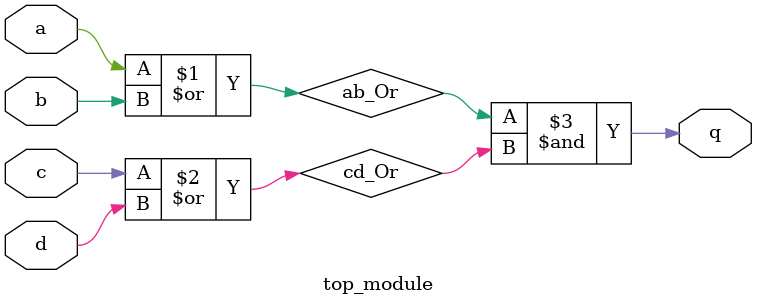
<source format=sv>
module top_module (
    input a, 
    input b, 
    input c, 
    input d,
    output q
);
    
    // Logic gates to implement the desired functionality
    wire ab_Or;
    wire cd_Or;
    
    assign ab_Or = a | b;
    assign cd_Or = c | d;
    
    assign q = ab_Or & cd_Or;

endmodule

</source>
